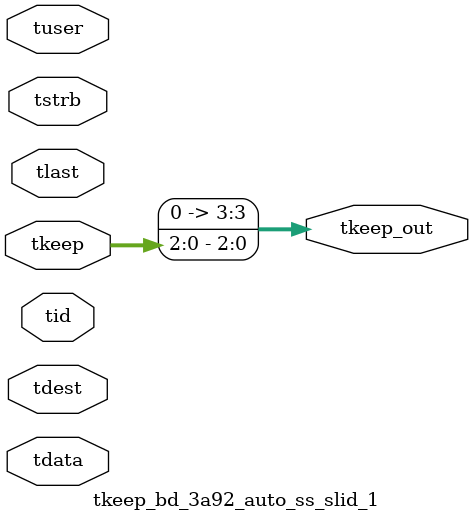
<source format=v>


`timescale 1ps/1ps

module tkeep_bd_3a92_auto_ss_slid_1 #
(
parameter C_S_AXIS_TDATA_WIDTH = 32,
parameter C_S_AXIS_TUSER_WIDTH = 0,
parameter C_S_AXIS_TID_WIDTH   = 0,
parameter C_S_AXIS_TDEST_WIDTH = 0,
parameter C_M_AXIS_TDATA_WIDTH = 32
)
(
input  [(C_S_AXIS_TDATA_WIDTH == 0 ? 1 : C_S_AXIS_TDATA_WIDTH)-1:0     ] tdata,
input  [(C_S_AXIS_TUSER_WIDTH == 0 ? 1 : C_S_AXIS_TUSER_WIDTH)-1:0     ] tuser,
input  [(C_S_AXIS_TID_WIDTH   == 0 ? 1 : C_S_AXIS_TID_WIDTH)-1:0       ] tid,
input  [(C_S_AXIS_TDEST_WIDTH == 0 ? 1 : C_S_AXIS_TDEST_WIDTH)-1:0     ] tdest,
input  [(C_S_AXIS_TDATA_WIDTH/8)-1:0 ] tkeep,
input  [(C_S_AXIS_TDATA_WIDTH/8)-1:0 ] tstrb,
input                                                                    tlast,
output [(C_M_AXIS_TDATA_WIDTH/8)-1:0 ] tkeep_out
);

assign tkeep_out = {tkeep[2:0]};

endmodule


</source>
